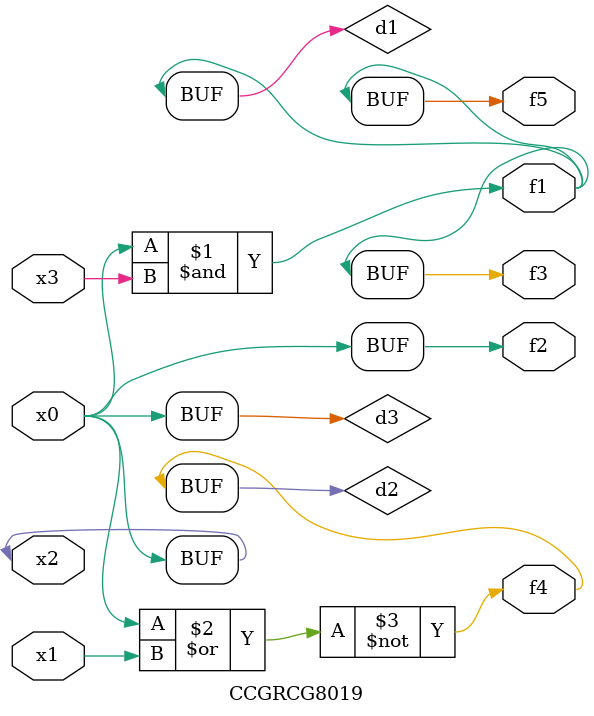
<source format=v>
module CCGRCG8019(
	input x0, x1, x2, x3,
	output f1, f2, f3, f4, f5
);

	wire d1, d2, d3;

	and (d1, x2, x3);
	nor (d2, x0, x1);
	buf (d3, x0, x2);
	assign f1 = d1;
	assign f2 = d3;
	assign f3 = d1;
	assign f4 = d2;
	assign f5 = d1;
endmodule

</source>
